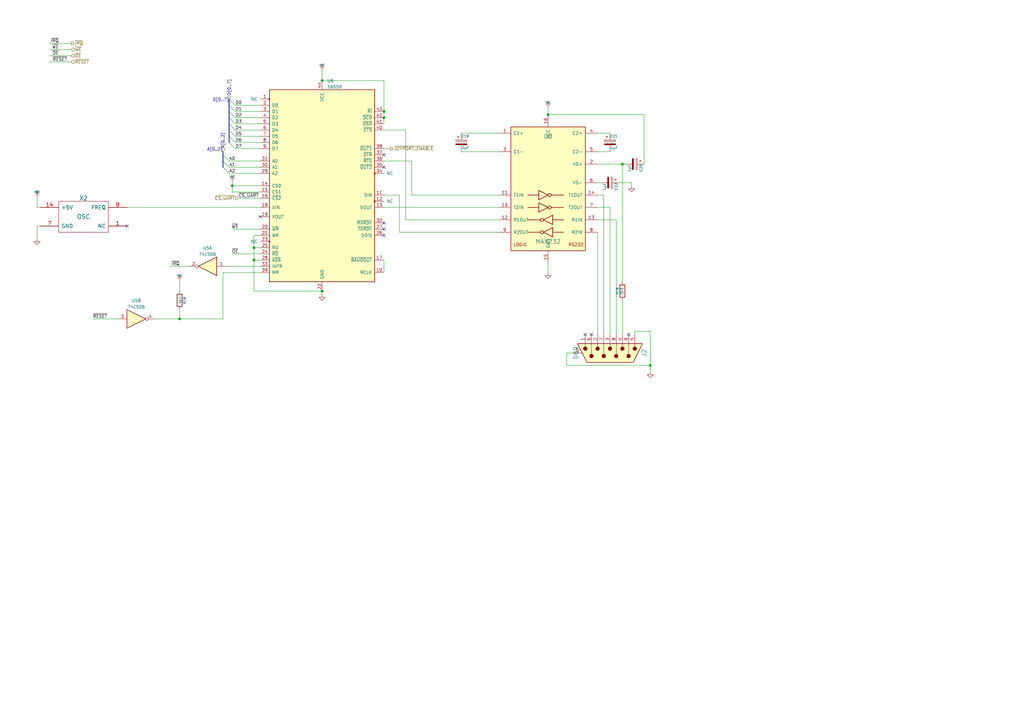
<source format=kicad_sch>
(kicad_sch (version 20230121) (generator eeschema)
  (paper "A3")
  (lib_symbols
    (symbol "74xx:74LS06" (pin_names (offset 1.016))
      (property "Reference" "U" (at 0 1.27 0))
      (property "Value" "74LS06" (at 0 -1.27 0))
      (symbol "74LS06_1_0"
        (polyline (pts (xy -3.81 3.81) (xy -3.81 -3.81) (xy 3.81 0) (xy -3.81 3.81)) (stroke (width 0.254)) (fill (type background)))
        (pin input line (at -7.62 0 0) (length 3.81) (name "~") (number "1"))
        (pin open_collector inverted (at 7.62 0 180) (length 3.81) (name "~") (number "2"))
      )
      (symbol "74LS06_2_0"
        (polyline (pts (xy -3.81 3.81) (xy -3.81 -3.81) (xy 3.81 0) (xy -3.81 3.81)) (stroke (width 0.254)) (fill (type background)))
        (pin input line (at -7.62 0 0) (length 3.81) (name "~") (number "3"))
        (pin open_collector inverted (at 7.62 0 180) (length 3.81) (name "~") (number "4"))
      )
      (symbol "74LS06_3_0"
        (polyline (pts (xy -3.81 3.81) (xy -3.81 -3.81) (xy 3.81 0) (xy -3.81 3.81)) (stroke (width 0.254)) (fill (type background)))
        (pin input line (at -7.62 0 0) (length 3.81) (name "~") (number "5"))
        (pin open_collector inverted (at 7.62 0 180) (length 3.81) (name "~") (number "6"))
      )
      (symbol "74LS06_4_0"
        (polyline (pts (xy -3.81 3.81) (xy -3.81 -3.81) (xy 3.81 0) (xy -3.81 3.81)) (stroke (width 0.254)) (fill (type background)))
        (pin open_collector inverted (at 7.62 0 180) (length 3.81) (name "~") (number "8"))
        (pin input line (at -7.62 0 0) (length 3.81) (name "~") (number "9"))
      )
      (symbol "74LS06_5_0"
        (polyline (pts (xy -3.81 3.81) (xy -3.81 -3.81) (xy 3.81 0) (xy -3.81 3.81)) (stroke (width 0.254)) (fill (type background)))
        (pin open_collector inverted (at 7.62 0 180) (length 3.81) (name "~") (number "10"))
        (pin input line (at -7.62 0 0) (length 3.81) (name "~") (number "11"))
      )
      (symbol "74LS06_6_0"
        (polyline (pts (xy -3.81 3.81) (xy -3.81 -3.81) (xy 3.81 0) (xy -3.81 3.81)) (stroke (width 0.254)) (fill (type background)))
        (pin open_collector inverted (at 7.62 0 180) (length 3.81) (name "~") (number "12"))
        (pin input line (at -7.62 0 0) (length 3.81) (name "~") (number "13"))
      )
      (symbol "74LS06_7_0"
        (pin power_in line (at 0 12.7 270) (length 5.08) (name "VCC") (number "14"))
        (pin power_in line (at 0 -12.7 90) (length 5.08) (name "GND") (number "7"))
      )
      (symbol "74LS06_7_1"
        (rectangle (start -5.08 7.62) (end 5.08 -7.62) (stroke (width 0.254)) (fill (type background)))
      )
    )
    (symbol "Connector:DE9_Plug_MountingHoles" (pin_names (offset 1.016) hide)
      (property "Reference" "J" (at 0 16.51 0))
      (property "Value" "DE9_Plug_MountingHoles" (at 0 14.605 0))
      (symbol "DE9_Plug_MountingHoles_0_1"
        (circle (center -1.778 -10.16) (radius 0.762) (fill (type outline)))
        (circle (center -1.778 -5.08) (radius 0.762) (fill (type outline)))
        (circle (center -1.778 0) (radius 0.762) (fill (type outline)))
        (circle (center -1.778 5.08) (radius 0.762) (fill (type outline)))
        (circle (center -1.778 10.16) (radius 0.762) (fill (type outline)))
        (polyline (pts (xy -3.81 -10.16) (xy -2.54 -10.16)))
        (polyline (pts (xy -3.81 -7.62) (xy 0.508 -7.62)))
        (polyline (pts (xy -3.81 -5.08) (xy -2.54 -5.08)))
        (polyline (pts (xy -3.81 -2.54) (xy 0.508 -2.54)))
        (polyline (pts (xy -3.81 0) (xy -2.54 0)))
        (polyline (pts (xy -3.81 2.54) (xy 0.508 2.54)))
        (polyline (pts (xy -3.81 5.08) (xy -2.54 5.08)))
        (polyline (pts (xy -3.81 7.62) (xy 0.508 7.62)))
        (polyline (pts (xy -3.81 10.16) (xy -2.54 10.16)))
        (polyline (pts (xy -3.81 -13.335) (xy -3.81 13.335) (xy 3.81 9.525) (xy 3.81 -9.525) (xy -3.81 -13.335)) (stroke (width 0.254)) (fill (type background)))
        (circle (center 1.27 -7.62) (radius 0.762) (fill (type outline)))
        (circle (center 1.27 -2.54) (radius 0.762) (fill (type outline)))
        (circle (center 1.27 2.54) (radius 0.762) (fill (type outline)))
        (circle (center 1.27 7.62) (radius 0.762) (fill (type outline)))
      )
      (symbol "DE9_Plug_MountingHoles_1_1"
        (pin passive line (at 0 -15.24 90) (length 3.81) (name "PAD") (number "0"))
        (pin passive line (at -7.62 -10.16 0) (length 3.81) (name "1") (number "1"))
        (pin passive line (at -7.62 -5.08 0) (length 3.81) (name "2") (number "2"))
        (pin passive line (at -7.62 0 0) (length 3.81) (name "3") (number "3"))
        (pin passive line (at -7.62 5.08 0) (length 3.81) (name "4") (number "4"))
        (pin passive line (at -7.62 10.16 0) (length 3.81) (name "5") (number "5"))
        (pin passive line (at -7.62 -7.62 0) (length 3.81) (name "6") (number "6"))
        (pin passive line (at -7.62 -2.54 0) (length 3.81) (name "7") (number "7"))
        (pin passive line (at -7.62 2.54 0) (length 3.81) (name "8") (number "8"))
        (pin passive line (at -7.62 7.62 0) (length 3.81) (name "9") (number "9"))
      )
    )
    (symbol "Device:C_Polarized" (pin_numbers hide) (pin_names (offset 0.254))
      (property "Reference" "C" (at 0.635 2.54 0))
      (property "Value" "C_Polarized" (at 0.635 -2.54 0))
      (symbol "C_Polarized_0_1"
        (rectangle (start -2.286 0.508) (end 2.286 1.016))
        (polyline (pts (xy -1.778 2.286) (xy -0.762 2.286)))
        (polyline (pts (xy -1.27 2.794) (xy -1.27 1.778)))
        (rectangle (start 2.286 -0.508) (end -2.286 -1.016) (fill (type outline)))
      )
      (symbol "C_Polarized_1_1"
        (pin passive line (at 0 3.81 270) (length 2.794) (name "~") (number "1"))
        (pin passive line (at 0 -3.81 90) (length 2.794) (name "~") (number "2"))
      )
    )
    (symbol "Device:R" (pin_numbers hide) (pin_names (offset 0))
      (property "Reference" "R" (at 2.032 0 90))
      (property "Value" "R" (at 0 0 90))
      (symbol "R_0_1"
        (rectangle (start -1.016 -2.54) (end 1.016 2.54) (stroke (width 0.254)))
      )
      (symbol "R_1_1"
        (pin passive line (at 0 3.81 270) (length 1.27) (name "~") (number "1"))
        (pin passive line (at 0 -3.81 90) (length 1.27) (name "~") (number "2"))
      )
    )
    (symbol "Interface_UART:MAX232" (pin_names (offset 1.016))
      (property "Reference" "U" (at -2.54 28.575 0))
      (property "Value" "MAX232" (at -2.54 26.67 0))
      (symbol "MAX232_0_0"
        (text "LOGIC" (at -11.43 -22.86 0) (effects (font (size 1.27 1.27))))
        (text "RS232" (at 11.43 -22.86 0) (effects (font (size 1.27 1.27))))
      )
      (symbol "MAX232_0_1"
        (rectangle (start -15.24 -25.4) (end 15.24 25.4) (stroke (width 0.254)) (fill (type background)))
        (circle (center -2.54 -17.78) (radius 0.635) (stroke (width 0.254)))
        (circle (center -2.54 -12.7) (radius 0.635) (stroke (width 0.254)))
        (polyline (pts (xy -3.81 -7.62) (xy -8.255 -7.62)) (stroke (width 0.254)))
        (polyline (pts (xy -3.81 -2.54) (xy -8.255 -2.54)) (stroke (width 0.254)))
        (polyline (pts (xy -3.175 -17.78) (xy -8.255 -17.78)) (stroke (width 0.254)))
        (polyline (pts (xy -3.175 -12.7) (xy -8.255 -12.7)) (stroke (width 0.254)))
        (polyline (pts (xy 1.27 -7.62) (xy 6.35 -7.62)) (stroke (width 0.254)))
        (polyline (pts (xy 1.27 -2.54) (xy 6.35 -2.54)) (stroke (width 0.254)))
        (polyline (pts (xy 1.905 -17.78) (xy 6.35 -17.78)) (stroke (width 0.254)))
        (polyline (pts (xy 1.905 -12.7) (xy 6.35 -12.7)) (stroke (width 0.254)))
        (polyline (pts (xy -3.81 -5.715) (xy -3.81 -9.525) (xy 0 -7.62) (xy -3.81 -5.715)) (stroke (width 0.254)))
        (polyline (pts (xy -3.81 -0.635) (xy -3.81 -4.445) (xy 0 -2.54) (xy -3.81 -0.635)) (stroke (width 0.254)))
        (polyline (pts (xy 1.905 -15.875) (xy 1.905 -19.685) (xy -1.905 -17.78) (xy 1.905 -15.875)) (stroke (width 0.254)))
        (polyline (pts (xy 1.905 -10.795) (xy 1.905 -14.605) (xy -1.905 -12.7) (xy 1.905 -10.795)) (stroke (width 0.254)))
        (circle (center 0.635 -7.62) (radius 0.635) (stroke (width 0.254)))
        (circle (center 0.635 -2.54) (radius 0.635) (stroke (width 0.254)))
      )
      (symbol "MAX232_1_1"
        (pin passive line (at -20.32 22.86 0) (length 5.08) (name "C1+") (number "1"))
        (pin input line (at -20.32 -7.62 0) (length 5.08) (name "T2IN") (number "10"))
        (pin input line (at -20.32 -2.54 0) (length 5.08) (name "T1IN") (number "11"))
        (pin output line (at -20.32 -12.7 0) (length 5.08) (name "R1OUT") (number "12"))
        (pin input line (at 20.32 -12.7 180) (length 5.08) (name "R1IN") (number "13"))
        (pin output line (at 20.32 -2.54 180) (length 5.08) (name "T1OUT") (number "14"))
        (pin power_in line (at 0 -30.48 90) (length 5.08) (name "GND") (number "15"))
        (pin power_in line (at 0 30.48 270) (length 5.08) (name "VCC") (number "16"))
        (pin power_out line (at 20.32 10.16 180) (length 5.08) (name "VS+") (number "2"))
        (pin passive line (at -20.32 15.24 0) (length 5.08) (name "C1-") (number "3"))
        (pin passive line (at 20.32 22.86 180) (length 5.08) (name "C2+") (number "4"))
        (pin passive line (at 20.32 15.24 180) (length 5.08) (name "C2-") (number "5"))
        (pin power_out line (at 20.32 2.54 180) (length 5.08) (name "VS-") (number "6"))
        (pin output line (at 20.32 -7.62 180) (length 5.08) (name "T2OUT") (number "7"))
        (pin input line (at 20.32 -17.78 180) (length 5.08) (name "R2IN") (number "8"))
        (pin output line (at -20.32 -17.78 0) (length 5.08) (name "R2OUT") (number "9"))
      )
    )
    (symbol "UART:16550" (pin_names (offset 1.016))
      (property "Reference" "U" (at -21.59 40.64 0))
      (property "Value" "16550" (at 15.24 40.64 0))
      (symbol "16550_0_1"
        (rectangle (start -21.59 -39.37) (end 21.59 39.37) (stroke (width 0.254)) (fill (type background)))
      )
      (symbol "16550_1_1"
        (pin no_connect line (at -21.59 35.56 180) (length 3.81) (name "NC") (number "1"))
        (pin input line (at 25.4 -35.56 180) (length 3.81) (name "RCLK") (number "10"))
        (pin input line (at 25.4 -3.81 180) (length 3.81) (name "SIN") (number "11"))
        (pin no_connect line (at 21.59 -6.35 0) (length 3.81) (name "NC") (number "12"))
        (pin output line (at 25.4 -8.89 180) (length 3.81) (name "SOUT") (number "13"))
        (pin input line (at -25.4 0 0) (length 3.81) (name "CS0") (number "14"))
        (pin input line (at -25.4 -2.54 0) (length 3.81) (name "CS1") (number "15"))
        (pin input line (at -25.4 -5.08 0) (length 3.81) (name "~{CS2}") (number "16"))
        (pin output line (at 25.4 -30.48 180) (length 3.81) (name "~{BAUDOUT}") (number "17"))
        (pin input line (at -25.4 -8.89 0) (length 3.81) (name "XIN") (number "18"))
        (pin output line (at -25.4 -12.7 0) (length 3.81) (name "XOUT") (number "19"))
        (pin bidirectional line (at -25.4 33.02 0) (length 3.81) (name "D0") (number "2"))
        (pin input line (at -25.4 -17.78 0) (length 3.81) (name "~{WR}") (number "20"))
        (pin input line (at -25.4 -20.32 0) (length 3.81) (name "WR") (number "21"))
        (pin power_in line (at 0 -43.18 90) (length 3.81) (name "GND") (number "22"))
        (pin no_connect line (at -21.59 -22.86 180) (length 3.81) (name "NC") (number "23"))
        (pin input line (at -25.4 -27.94 0) (length 3.81) (name "~{RD}") (number "24"))
        (pin input line (at -25.4 -25.4 0) (length 3.81) (name "RD") (number "25"))
        (pin output line (at 25.4 -20.32 180) (length 3.81) (name "DDIS") (number "26"))
        (pin output line (at 25.4 -17.78 180) (length 3.81) (name "~{TXRDY}") (number "27"))
        (pin input line (at -25.4 -30.48 0) (length 3.81) (name "~{ADS}") (number "28"))
        (pin input line (at -25.4 5.08 0) (length 3.81) (name "A2") (number "29"))
        (pin bidirectional line (at -25.4 30.48 0) (length 3.81) (name "D1") (number "3"))
        (pin input line (at -25.4 7.62 0) (length 3.81) (name "A1") (number "30"))
        (pin input line (at -25.4 10.16 0) (length 3.81) (name "A0") (number "31"))
        (pin output line (at 25.4 -15.24 180) (length 3.81) (name "~{RXRDY}") (number "32"))
        (pin output line (at -25.4 -33.02 0) (length 3.81) (name "INTR") (number "33"))
        (pin no_connect line (at 21.59 5.08 0) (length 3.81) (name "NC") (number "34"))
        (pin output line (at 25.4 7.62 180) (length 3.81) (name "~{OUT2}") (number "35"))
        (pin output line (at 25.4 10.16 180) (length 3.81) (name "~{RTS}") (number "36"))
        (pin output line (at 25.4 12.7 180) (length 3.81) (name "~{DTR}") (number "37"))
        (pin output line (at 25.4 15.24 180) (length 3.81) (name "~{OUT1}") (number "38"))
        (pin input line (at -25.4 -35.56 0) (length 3.81) (name "MR") (number "39"))
        (pin bidirectional line (at -25.4 27.94 0) (length 3.81) (name "D2") (number "4"))
        (pin input line (at 25.4 22.86 180) (length 3.81) (name "~{CTS}") (number "40"))
        (pin input line (at 25.4 25.4 180) (length 3.81) (name "~{DSR}") (number "41"))
        (pin input line (at 25.4 27.94 180) (length 3.81) (name "~{DCD}") (number "42"))
        (pin input line (at 25.4 30.48 180) (length 3.81) (name "~{RI}") (number "43"))
        (pin power_in line (at 0 43.18 270) (length 3.81) (name "VCC") (number "44"))
        (pin bidirectional line (at -25.4 25.4 0) (length 3.81) (name "D3") (number "5"))
        (pin bidirectional line (at -25.4 22.86 0) (length 3.81) (name "D4") (number "6"))
        (pin bidirectional line (at -25.4 20.32 0) (length 3.81) (name "D5") (number "7"))
        (pin bidirectional line (at -25.4 17.78 0) (length 3.81) (name "D6") (number "8"))
        (pin bidirectional line (at -25.4 15.24 0) (length 3.81) (name "D7") (number "9"))
      )
    )
    (symbol "osc:OSC" (pin_names (offset 1.016))
      (property "Reference" "X" (at 0 7.62 0))
      (property "Value" "OSC" (at 0 0 0))
      (symbol "OSC_0_1"
        (rectangle (start -10.16 -6.35) (end 10.16 6.35))
      )
      (symbol "OSC_1_1"
        (pin passive line (at 17.78 -3.81 180) (length 7.62) (name "NC") (number "1"))
        (pin passive line (at -17.78 3.81 0) (length 7.62) (name "+5V") (number "14"))
        (pin passive line (at -17.78 -3.81 0) (length 7.62) (name "GND") (number "7"))
        (pin output line (at 17.78 3.81 180) (length 7.62) (name "FREQ") (number "8"))
      )
    )
    (symbol "power:GND" (power) (pin_names (offset 0))
      (property "Value" "GND" (at 0 -3.81 0))
      (symbol "GND_0_1"
        (polyline (pts (xy 0 0) (xy 0 -1.27) (xy 1.27 -1.27) (xy 0 -2.54) (xy -1.27 -1.27) (xy 0 -1.27)))
      )
      (symbol "GND_1_1"
        (pin power_in line (at 0 0 270) (length 0) hide (name "GND") (number "1"))
      )
    )
    (symbol "power:VCC" (power) (pin_names (offset 0))
      (property "Value" "VCC" (at 0 3.81 0))
      (symbol "VCC_0_1"
        (polyline (pts (xy -0.762 1.27) (xy 0 2.54)))
        (polyline (pts (xy 0 0) (xy 0 2.54)))
        (polyline (pts (xy 0 2.54) (xy 0.762 1.27)))
      )
      (symbol "VCC_1_1"
        (pin power_in line (at 0 0 90) (length 0) hide (name "VCC") (number "1"))
      )
    )
  )
  (junction (at 157.48 45.72))
  (junction (at 104.14 106.68))
  (junction (at 73.66 130.81))
  (junction (at 95.25 76.2))
  (junction (at 157.48 48.26))
  (junction (at 224.79 46.99))
  (junction (at 266.7 149.86))
  (junction (at 255.27 67.31))
  (junction (at 132.08 33.02))
  (junction (at 132.08 119.38))
  (junction (at 104.14 101.6))
  (no_connect (at 157.48 63.5))
  (no_connect (at 52.07 92.71))
  (no_connect (at 240.03 137.16))
  (no_connect (at 157.48 68.58))
  (no_connect (at 257.81 137.16))
  (no_connect (at 242.57 137.16))
  (no_connect (at 157.48 93.98))
  (no_connect (at 106.68 88.9))
  (no_connect (at 157.48 96.52))
  (no_connect (at 157.48 91.44))
  (bus_entry (at 91.44 68.58) (size 2.54 2.54))
  (bus_entry (at 96.52 60.96) (size -2.54 -2.54))
  (bus_entry (at 96.52 48.26) (size -2.54 -2.54))
  (bus_entry (at 96.52 53.34) (size -2.54 -2.54))
  (bus_entry (at 96.52 55.88) (size -2.54 -2.54))
  (bus_entry (at 96.52 43.18) (size -2.54 -2.54))
  (bus_entry (at 91.44 63.5) (size 2.54 2.54))
  (bus_entry (at 96.52 45.72) (size -2.54 -2.54))
  (bus_entry (at 91.44 66.04) (size 2.54 2.54))
  (bus_entry (at 96.52 50.8) (size -2.54 -2.54))
  (bus_entry (at 96.52 58.42) (size -2.54 -2.54))
  (wire (pts (xy 232.41 149.86) (xy 266.7 149.86)))
  (wire (pts (xy 224.79 44.45) (xy 224.79 46.99)))
  (wire (pts (xy 260.35 137.16) (xy 260.35 135.89)))
  (wire (pts (xy 157.48 48.26) (xy 157.48 50.8)))
  (wire (pts (xy 132.08 29.21) (xy 132.08 33.02)))
  (wire (pts (xy 106.68 101.6) (xy 104.14 101.6)))
  (wire (pts (xy 96.52 45.72) (xy 106.68 45.72)))
  (wire (pts (xy 15.24 92.71) (xy 16.51 92.71)))
  (wire (pts (xy 104.14 106.68) (xy 104.14 101.6)))
  (wire (pts (xy 163.83 80.01) (xy 157.48 80.01)))
  (wire (pts (xy 106.68 71.12) (xy 93.98 71.12)))
  (wire (pts (xy 157.48 60.96) (xy 160.02 60.96)))
  (wire (pts (xy 266.7 149.86) (xy 266.7 152.4)))
  (wire (pts (xy 245.11 54.61) (xy 250.19 54.61)))
  (bus (pts (xy 93.98 45.72) (xy 93.98 48.26)))
  (wire (pts (xy 168.91 80.01) (xy 204.47 80.01)))
  (wire (pts (xy 260.35 135.89) (xy 266.7 135.89)))
  (wire (pts (xy 15.24 85.09) (xy 16.51 85.09)))
  (bus (pts (xy 93.98 40.64) (xy 93.98 43.18)))
  (wire (pts (xy 163.83 95.25) (xy 163.83 80.01)))
  (wire (pts (xy 132.08 33.02) (xy 157.48 33.02)))
  (bus (pts (xy 91.44 63.5) (xy 91.44 66.04)))
  (wire (pts (xy 224.79 46.99) (xy 264.16 46.99)))
  (wire (pts (xy 106.68 78.74) (xy 95.25 78.74)))
  (wire (pts (xy 73.66 127) (xy 73.66 130.81)))
  (wire (pts (xy 234.95 144.78) (xy 232.41 144.78)))
  (wire (pts (xy 63.5 130.81) (xy 73.66 130.81)))
  (wire (pts (xy 92.71 109.22) (xy 106.68 109.22)))
  (bus (pts (xy 93.98 50.8) (xy 93.98 53.34)))
  (wire (pts (xy 91.44 130.81) (xy 91.44 111.76)))
  (wire (pts (xy 106.68 68.58) (xy 93.98 68.58)))
  (wire (pts (xy 204.47 90.17) (xy 166.37 90.17)))
  (wire (pts (xy 73.66 130.81) (xy 91.44 130.81)))
  (wire (pts (xy 255.27 123.19) (xy 255.27 137.16)))
  (wire (pts (xy 96.52 58.42) (xy 106.68 58.42)))
  (bus (pts (xy 91.44 66.04) (xy 91.44 68.58)))
  (wire (pts (xy 20.32 17.78) (xy 29.21 17.78)))
  (wire (pts (xy 255.27 67.31) (xy 255.27 115.57)))
  (wire (pts (xy 224.79 107.95) (xy 224.79 111.76)))
  (wire (pts (xy 96.52 48.26) (xy 106.68 48.26)))
  (bus (pts (xy 93.98 43.18) (xy 93.98 45.72)))
  (wire (pts (xy 96.52 55.88) (xy 106.68 55.88)))
  (wire (pts (xy 255.27 67.31) (xy 256.54 67.31)))
  (wire (pts (xy 166.37 90.17) (xy 166.37 53.34)))
  (wire (pts (xy 96.52 53.34) (xy 106.68 53.34)))
  (wire (pts (xy 259.08 74.93) (xy 259.08 76.2)))
  (wire (pts (xy 245.11 85.09) (xy 250.19 85.09)))
  (wire (pts (xy 245.11 67.31) (xy 255.27 67.31)))
  (wire (pts (xy 245.11 74.93) (xy 246.38 74.93)))
  (wire (pts (xy 168.91 80.01) (xy 168.91 66.04)))
  (wire (pts (xy 250.19 85.09) (xy 250.19 137.16)))
  (wire (pts (xy 204.47 95.25) (xy 163.83 95.25)))
  (wire (pts (xy 254 74.93) (xy 259.08 74.93)))
  (wire (pts (xy 157.48 106.68) (xy 157.48 111.76)))
  (wire (pts (xy 245.11 95.25) (xy 245.11 137.16)))
  (wire (pts (xy 106.68 106.68) (xy 104.14 106.68)))
  (wire (pts (xy 157.48 45.72) (xy 157.48 48.26)))
  (wire (pts (xy 232.41 144.78) (xy 232.41 149.86)))
  (wire (pts (xy 106.68 76.2) (xy 95.25 76.2)))
  (wire (pts (xy 204.47 85.09) (xy 157.48 85.09)))
  (wire (pts (xy 15.24 97.79) (xy 15.24 92.71)))
  (wire (pts (xy 106.68 96.52) (xy 104.14 96.52)))
  (wire (pts (xy 20.32 20.32) (xy 29.21 20.32)))
  (wire (pts (xy 20.32 25.4) (xy 29.21 25.4)))
  (wire (pts (xy 95.25 78.74) (xy 95.25 76.2)))
  (wire (pts (xy 15.24 81.28) (xy 15.24 85.09)))
  (wire (pts (xy 73.66 115.57) (xy 73.66 119.38)))
  (bus (pts (xy 93.98 53.34) (xy 93.98 55.88)))
  (wire (pts (xy 96.52 50.8) (xy 106.68 50.8)))
  (wire (pts (xy 96.52 60.96) (xy 106.68 60.96)))
  (wire (pts (xy 189.23 54.61) (xy 204.47 54.61)))
  (wire (pts (xy 252.73 90.17) (xy 252.73 137.16)))
  (wire (pts (xy 106.68 66.04) (xy 93.98 66.04)))
  (wire (pts (xy 38.1 130.81) (xy 48.26 130.81)))
  (wire (pts (xy 157.48 33.02) (xy 157.48 45.72)))
  (wire (pts (xy 95.25 76.2) (xy 95.25 74.93)))
  (wire (pts (xy 96.52 43.18) (xy 106.68 43.18)))
  (wire (pts (xy 91.44 111.76) (xy 106.68 111.76)))
  (wire (pts (xy 104.14 119.38) (xy 132.08 119.38)))
  (wire (pts (xy 168.91 66.04) (xy 157.48 66.04)))
  (wire (pts (xy 245.11 80.01) (xy 247.65 80.01)))
  (bus (pts (xy 93.98 55.88) (xy 93.98 58.42)))
  (bus (pts (xy 93.98 48.26) (xy 93.98 50.8)))
  (wire (pts (xy 245.11 62.23) (xy 250.19 62.23)))
  (wire (pts (xy 104.14 106.68) (xy 104.14 119.38)))
  (wire (pts (xy 166.37 53.34) (xy 157.48 53.34)))
  (wire (pts (xy 266.7 135.89) (xy 266.7 149.86)))
  (wire (pts (xy 104.14 96.52) (xy 104.14 101.6)))
  (wire (pts (xy 95.25 93.98) (xy 106.68 93.98)))
  (wire (pts (xy 247.65 80.01) (xy 247.65 137.16)))
  (wire (pts (xy 95.25 104.14) (xy 106.68 104.14)))
  (bus (pts (xy 91.44 62.23) (xy 91.44 63.5)))
  (wire (pts (xy 189.23 62.23) (xy 204.47 62.23)))
  (wire (pts (xy 20.32 22.86) (xy 29.21 22.86)))
  (wire (pts (xy 52.07 85.09) (xy 106.68 85.09)))
  (wire (pts (xy 69.85 109.22) (xy 77.47 109.22)))
  (wire (pts (xy 132.08 119.38) (xy 132.08 120.65)))
  (wire (pts (xy 264.16 46.99) (xy 264.16 67.31)))
  (wire (pts (xy 245.11 90.17) (xy 252.73 90.17)))
  (wire (pts (xy 97.79 81.28) (xy 106.68 81.28)))
  (label "~{RESET}" (at 38.1 130.81 0))
  (label "D6" (at 96.52 58.42 0))
  (label "~{WE}" (at 97.79 93.98 180))
  (label "A1" (at 93.98 68.58 0))
  (label "D3" (at 96.52 50.8 0))
  (label "~{IRQ}" (at 73.66 109.22 180))
  (label "D2" (at 96.52 48.26 0))
  (label "~{OE}" (at 24.13 22.86 180))
  (label "A[0..2]" (at 91.44 62.23 180))
  (label "A0" (at 93.98 66.04 0))
  (label "~{CS_UART}" (at 97.79 81.28 0))
  (label "~{WE}" (at 24.13 20.32 180))
  (label "~{IRQ}" (at 24.13 17.78 180))
  (label "~{OE}" (at 97.79 104.14 180))
  (label "D[0..7]" (at 93.98 41.91 180))
  (label "D1" (at 96.52 45.72 0))
  (label "~{RESET}" (at 21.59 25.4 0))
  (label "A2" (at 93.98 71.12 0))
  (label "D5" (at 96.52 55.88 0))
  (label "D0" (at 96.52 43.18 0))
  (label "D4" (at 96.52 53.34 0))
  (label "D7" (at 96.52 60.96 0))
  (hierarchical_label "~{CS_UART}" (shape input) (at 97.79 81.28 180))
  (hierarchical_label "~{RESET}" (shape input) (at 29.21 25.4 0))
  (hierarchical_label "~{JOYPORT_ENABLE}" (shape output) (at 160.02 60.96 0))
  (hierarchical_label "D[0..7]" (shape input) (at 93.98 40.64 90))
  (hierarchical_label "A[0..2]" (shape input) (at 91.44 62.23 90))
  (hierarchical_label "~{IRQ}" (shape output) (at 29.21 17.78 0))
  (hierarchical_label "~{OE}" (shape input) (at 29.21 22.86 0))
  (hierarchical_label "~{WE}" (shape input) (at 29.21 20.32 0))
  (symbol (lib_id "power:VCC") (at 73.66 115.57 0) (unit 1)
    (property "Reference" "#PWR0144" (effects hide))
    (property "Value" "VCC" (at 73.66 113.03 0) (effects (font (size 0.762 0.762))))
  )
  (symbol (lib_id "UART:16550") (at 132.08 76.2 0) (unit 1)
    (property "Reference" "U6" (at 134.0994 33.1302 0) (effects (justify left)))
    (property "Value" "16550" (at 134.0994 35.6671 0) (effects (justify left)))
    (property "Footprint" "Package_LCC:PLCC-44_THT-Socket" (effects hide))
  )
  (symbol (lib_id "power:GND") (at 259.08 76.2 0) (unit 1)
    (property "Reference" "#PWR0148" (effects hide))
    (property "Value" "GND" (effects hide))
  )
  (symbol (lib_id "power:VCC") (at 224.79 44.45 0) (unit 1)
    (property "Reference" "#PWR0150" (effects hide))
    (property "Value" "VCC" (at 224.79 41.91 0) (effects (font (size 0.762 0.762))))
  )
  (symbol (lib_id "74xx:74LS06") (at 85.09 109.22 180) (unit 1)
    (property "Reference" "U5" (at 85.09 101.7102 0))
    (property "Value" "74LS06" (at 85.09 104.2471 0))
    (property "Footprint" "Package_DIP:DIP-14_W7.62mm_LongPads" (effects hide))
    (property "Datasheet" "http://www.ti.com/lit/gpn/sn74LS06" (effects hide))
  )
  (symbol (lib_id "power:GND") (at 15.24 97.79 0) (unit 1)
    (property "Reference" "#PWR0142" (effects hide))
    (property "Value" "GND" (effects hide))
  )
  (symbol (lib_id "power:GND") (at 224.79 111.76 0) (unit 1)
    (property "Reference" "#PWR0149" (effects hide))
    (property "Value" "GND" (effects hide))
  )
  (symbol (lib_id "74xx:74LS06") (at 55.88 130.81 0) (unit 2)
    (property "Reference" "U5" (at 55.88 123.3002 0))
    (property "Value" "74LS06" (at 55.88 125.8371 0))
    (property "Footprint" "Package_DIP:DIP-14_W7.62mm_LongPads" (effects hide))
    (property "Datasheet" "http://www.ti.com/lit/gpn/sn74LS06" (effects hide))
  )
  (symbol (lib_id "Device:C_Polarized") (at 260.35 67.31 270) (unit 1)
    (property "Reference" "C25" (at 262.89 67.31 0) (effects (font (size 1.016 1.016)) (justify left)))
    (property "Value" "1µF" (at 258.191 67.4624 0) (effects (font (size 1.016 1.016)) (justify left)))
    (property "Footprint" "Capacitor_THT:CP_Radial_D4.0mm_P2.00mm" (effects hide))
  )
  (symbol (lib_id "power:GND") (at 132.08 120.65 0) (unit 1)
    (property "Reference" "#PWR0147" (effects hide))
    (property "Value" "GND" (effects hide))
  )
  (symbol (lib_id "power:VCC") (at 95.25 74.93 0) (unit 1)
    (property "Reference" "#PWR0145" (effects hide))
    (property "Value" "VCC" (at 95.25 72.39 0) (effects (font (size 0.762 0.762))))
  )
  (symbol (lib_id "power:GND") (at 266.7 152.4 0) (unit 1)
    (property "Reference" "#PWR0139" (effects hide))
    (property "Value" "GND" (effects hide))
  )
  (symbol (lib_id "Device:C_Polarized") (at 189.23 58.42 0) (unit 1)
    (property "Reference" "C19" (at 189.23 55.88 0) (effects (font (size 1.016 1.016)) (justify left)))
    (property "Value" "1µF" (at 189.3824 60.579 0) (effects (font (size 1.016 1.016)) (justify left)))
    (property "Footprint" "Capacitor_THT:CP_Radial_D4.0mm_P2.00mm" (effects hide))
  )
  (symbol (lib_id "power:VCC") (at 15.24 81.28 0) (unit 1)
    (property "Reference" "#PWR0143" (effects hide))
    (property "Value" "VCC" (at 15.24 78.74 0) (effects (font (size 0.762 0.762))))
  )
  (symbol (lib_id "osc:OSC") (at 34.29 88.9 0) (unit 1)
    (property "Reference" "X2" (at 34.29 81.28 0) (effects (font (size 1.778 1.778))))
    (property "Value" "OSC" (at 34.29 88.9 0) (effects (font (size 1.778 1.778))))
    (property "Footprint" "Oscillator:Oscillator_DIP-14_LargePads" (effects hide))
  )
  (symbol (lib_id "Device:R") (at 255.27 119.38 180) (unit 1)
    (property "Reference" "R18" (at 253.238 119.38 90) (effects (font (size 1.016 1.016))))
    (property "Value" "3k3" (at 255.0922 119.4054 90) (effects (font (size 1.016 1.016))))
    (property "Footprint" "Resistor_THT:R_Axial_DIN0204_L3.6mm_D1.6mm_P5.08mm_Horizontal" (effects hide))
  )
  (symbol (lib_id "power:VCC") (at 132.08 29.21 0) (unit 1)
    (property "Reference" "#PWR0146" (effects hide))
    (property "Value" "VCC" (at 132.08 26.67 0) (effects (font (size 0.762 0.762))))
  )
  (symbol (lib_id "Device:C_Polarized") (at 250.19 74.93 270) (unit 1)
    (property "Reference" "C22" (at 252.73 74.93 0) (effects (font (size 1.016 1.016)) (justify left)))
    (property "Value" "1µF" (at 248.031 75.0824 0) (effects (font (size 1.016 1.016)) (justify left)))
    (property "Footprint" "Capacitor_THT:CP_Radial_D4.0mm_P2.00mm" (effects hide))
  )
  (symbol (lib_id "Device:R") (at 73.66 123.19 0) (unit 1)
    (property "Reference" "R16" (at 75.692 123.19 90) (effects (font (size 1.016 1.016))))
    (property "Value" "4k7" (at 73.8378 123.1646 90) (effects (font (size 1.016 1.016))))
    (property "Footprint" "Resistor_THT:R_Axial_DIN0204_L3.6mm_D1.6mm_P5.08mm_Horizontal" (effects hide))
  )
  (symbol (lib_id "Connector:DE9_Plug_MountingHoles") (at 250.19 144.78 270) (unit 1)
    (property "Reference" "J2" (at 264.16 144.78 0) (effects (font (size 1.778 1.778))))
    (property "Value" "DB9" (at 236.22 144.78 0) (effects (font (size 1.778 1.778))))
    (property "Footprint" "Connector_Dsub:DSUB-9_Male_Horizontal_P2.77x2.84mm_EdgePinOffset4.94mm_Housed_MountingHolesOffset7.48mm" (effects hide))
    (property "Datasheet" " ~" (effects hide))
  )
  (symbol (lib_id "Interface_UART:MAX232") (at 224.79 77.47 0) (unit 1)
    (property "Reference" "U8" (at 224.79 55.88 0) (effects (font (size 1.778 1.778))))
    (property "Value" "MAX232" (at 224.79 99.06 0) (effects (font (size 1.778 1.778))))
    (property "Footprint" "Package_DIP:DIP-16_W7.62mm_LongPads" (effects hide))
    (property "Datasheet" "http://www.ti.com/lit/ds/symlink/max232.pdf" (effects hide))
  )
  (symbol (lib_id "Device:C_Polarized") (at 250.19 58.42 0) (unit 1)
    (property "Reference" "C21" (at 250.19 55.88 0) (effects (font (size 1.016 1.016)) (justify left)))
    (property "Value" "1µF" (at 250.3424 60.579 0) (effects (font (size 1.016 1.016)) (justify left)))
    (property "Footprint" "Capacitor_THT:CP_Radial_D4.0mm_P2.00mm" (effects hide))
  )
)
</source>
